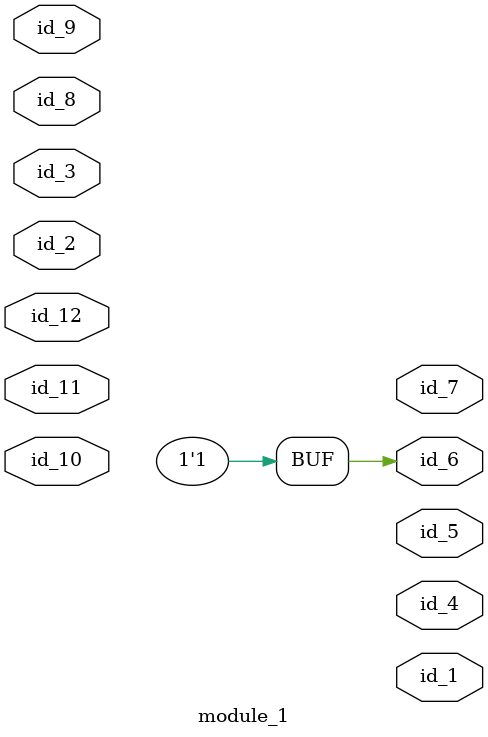
<source format=v>
module module_0;
  wire id_2;
endmodule
module module_1 (
    id_1,
    id_2,
    id_3,
    id_4,
    id_5,
    id_6,
    id_7,
    id_8,
    id_9,
    id_10,
    id_11,
    id_12
);
  input wire id_12;
  input wire id_11;
  input wire id_10;
  inout wire id_9;
  inout wire id_8;
  output wire id_7;
  output wire id_6;
  output wire id_5;
  output wire id_4;
  input wire id_3;
  input wire id_2;
  output wire id_1;
  assign id_6[1'b0] = 1;
  module_0 modCall_1 ();
endmodule

</source>
